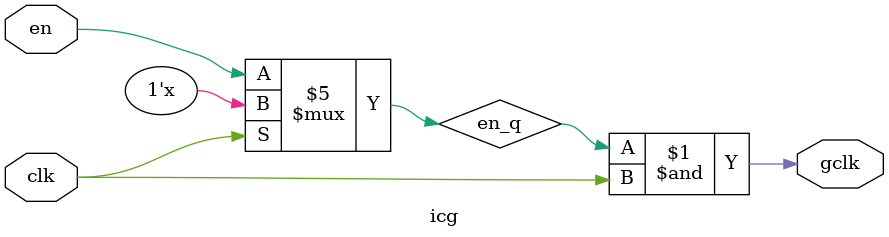
<source format=v>
module icg (
    input clk,
    input en,
    output gclk
);

    reg     en_q;

    assign gclk = en_q & clk;
    
    always @(*) begin
      if(!clk) en_q = en;
    end
    
endmodule
</source>
